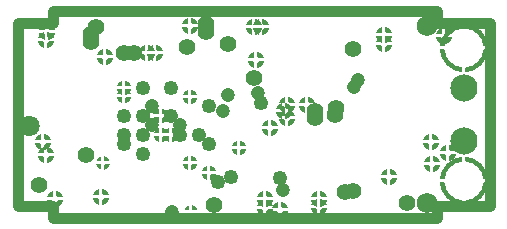
<source format=gbr>
%FSLAX25Y25*%
%MOIN*%
G04 EasyPC Gerber Version 18.0.8 Build 3632 *
%ADD123C,0.03650*%
%ADD120C,0.04750*%
%ADD119C,0.04921*%
%ADD118C,0.05550*%
%ADD122C,0.06890*%
%ADD121C,0.07087*%
%ADD114C,0.09068*%
%AMT117*0 Thermal pad*7,0,0,0.04750,0.01600,0.01000,0*%
%ADD117T117*%
%AMT115*0 Thermal pad*7,0,0,0.04921,0.01772,0.01000,0*%
%ADD115T115*%
%AMT116*0 Thermal pad*7,0,0,0.05550,0.02400,0.01000,0*%
%ADD116T116*%
%AMT124*0 Thermal pad*7,0,0,0.16205,0.13055,0.01000,0*%
%ADD124T124*%
X0Y0D02*
D02*
D114*
X175761Y39946D03*
Y57757D03*
D02*
D115*
X62376Y57809D03*
X62572Y54856D03*
X71824Y48360D03*
X74974Y42061D03*
Y48360D03*
X78124Y42061D03*
X84423Y32612D03*
Y54659D03*
X90722Y29462D03*
X100958Y37730D03*
D02*
D116*
X35407Y39502D03*
X36574Y73574D03*
X36588Y35171D03*
X36653Y76488D03*
X39576Y20730D03*
X54895Y21409D03*
X56273Y68045D03*
X70078Y69423D03*
X72834D03*
X84620Y78281D03*
X105708Y77887D03*
X106470Y67061D03*
X108267Y77887D03*
X109448Y17708D03*
Y20661D03*
X111194Y44423D03*
X114541Y17061D03*
X115722Y49935D03*
X116706Y52100D03*
X116903Y47572D03*
X123596Y52100D03*
X127362Y17905D03*
Y20661D03*
X149212Y72433D03*
Y75189D03*
X150787Y27944D03*
X164935Y39502D03*
X165131Y32317D03*
X169069Y75033D03*
X170446Y36155D03*
D02*
D117*
X55486Y32612D03*
X84842Y16273D03*
D02*
D118*
X34226Y25328D03*
X49777Y35368D03*
X51574Y73023D03*
Y75582D03*
X53124Y78084D03*
X62598Y69423D03*
X65748D03*
X83635Y71194D03*
X89960Y76370D03*
Y79126D03*
X92381Y18506D03*
X97218Y72376D03*
X105880Y60958D03*
X126155Y47572D03*
Y49935D03*
X132848Y48557D03*
X133045Y51116D03*
X136151Y23112D03*
X138848Y23210D03*
X138950Y70604D03*
X156968Y19254D03*
D02*
D119*
X62376Y38911D03*
Y42061D03*
Y48360D03*
X68675Y35761D03*
Y42061D03*
Y48360D03*
Y57809D03*
X78124Y48360D03*
Y57809D03*
X81273Y42061D03*
X87572D03*
X90722Y38911D03*
Y51509D03*
X93872Y26313D03*
X98202Y27887D03*
X108045Y52494D03*
X114344Y27494D03*
D02*
D120*
X71824Y45210D03*
Y51509D03*
X78517Y16470D03*
X81273Y45210D03*
X95446Y50131D03*
X97218Y55250D03*
X107257Y56037D03*
X115328Y23557D03*
X139147Y58006D03*
X140328Y60171D03*
D02*
D121*
X30844Y44912D03*
D02*
D122*
X163324Y19321D03*
Y78376D03*
D02*
D123*
X166667Y14305D02*
X38814D01*
Y18242*
X27003*
Y79462*
X38814*
Y83399*
X166667*
Y79462*
X184423*
Y18242*
X166667*
Y14305*
D02*
D124*
X175761Y26805D03*
Y70899D03*
X0Y0D02*
M02*

</source>
